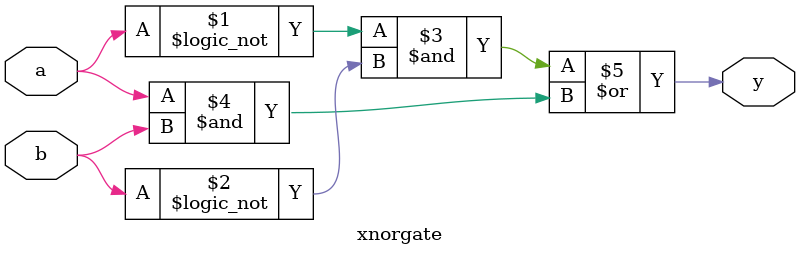
<source format=v>
module xnorgate(a,b,y);
input a, b;
output y;
assign y = (!a&!b)|(a&b);
endmodule 

</source>
